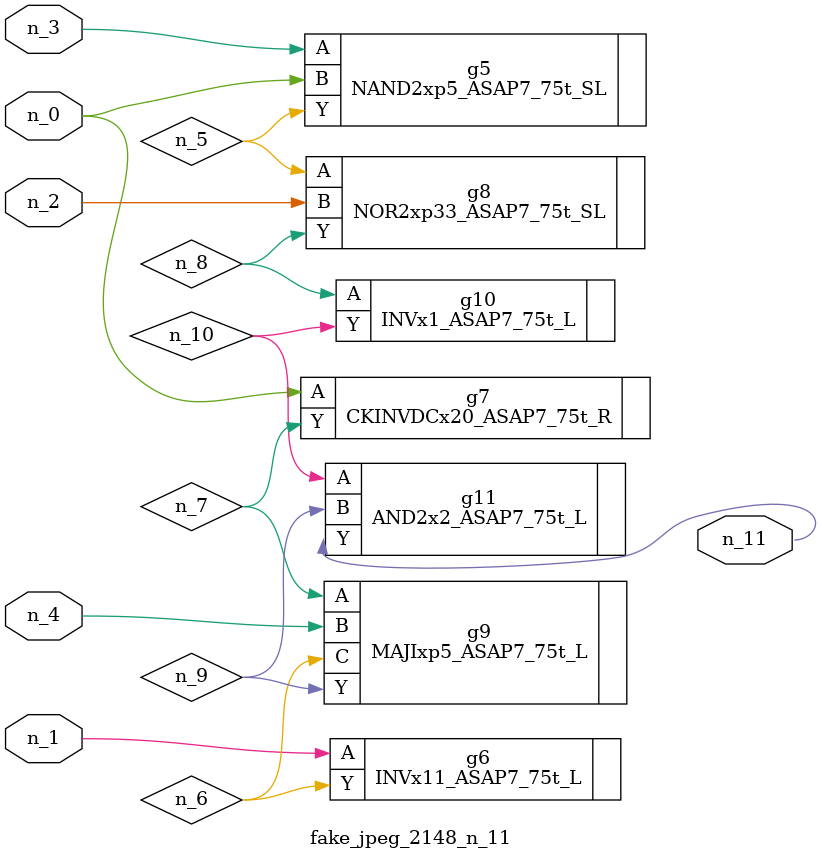
<source format=v>
module fake_jpeg_2148_n_11 (n_3, n_2, n_1, n_0, n_4, n_11);

input n_3;
input n_2;
input n_1;
input n_0;
input n_4;

output n_11;

wire n_10;
wire n_8;
wire n_9;
wire n_6;
wire n_5;
wire n_7;

NAND2xp5_ASAP7_75t_SL g5 ( 
.A(n_3),
.B(n_0),
.Y(n_5)
);

INVx11_ASAP7_75t_L g6 ( 
.A(n_1),
.Y(n_6)
);

CKINVDCx20_ASAP7_75t_R g7 ( 
.A(n_0),
.Y(n_7)
);

NOR2xp33_ASAP7_75t_SL g8 ( 
.A(n_5),
.B(n_2),
.Y(n_8)
);

INVx1_ASAP7_75t_L g10 ( 
.A(n_8),
.Y(n_10)
);

MAJIxp5_ASAP7_75t_L g9 ( 
.A(n_7),
.B(n_4),
.C(n_6),
.Y(n_9)
);

AND2x2_ASAP7_75t_L g11 ( 
.A(n_10),
.B(n_9),
.Y(n_11)
);


endmodule
</source>
